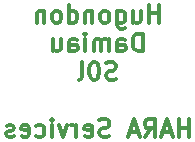
<source format=gbr>
%TF.GenerationSoftware,KiCad,Pcbnew,(6.0.2)*%
%TF.CreationDate,2022-04-19T16:18:31-05:00*%
%TF.ProjectId,Tlapixki-HelloWorld,546c6170-6978-46b6-992d-48656c6c6f57,rev?*%
%TF.SameCoordinates,Original*%
%TF.FileFunction,Legend,Bot*%
%TF.FilePolarity,Positive*%
%FSLAX46Y46*%
G04 Gerber Fmt 4.6, Leading zero omitted, Abs format (unit mm)*
G04 Created by KiCad (PCBNEW (6.0.2)) date 2022-04-19 16:18:31*
%MOMM*%
%LPD*%
G01*
G04 APERTURE LIST*
%ADD10C,0.300000*%
G04 APERTURE END LIST*
D10*
X90928571Y-135848571D02*
X90928571Y-134348571D01*
X90928571Y-135062857D02*
X90071428Y-135062857D01*
X90071428Y-135848571D02*
X90071428Y-134348571D01*
X88714285Y-134848571D02*
X88714285Y-135848571D01*
X89357142Y-134848571D02*
X89357142Y-135634285D01*
X89285714Y-135777142D01*
X89142857Y-135848571D01*
X88928571Y-135848571D01*
X88785714Y-135777142D01*
X88714285Y-135705714D01*
X87357142Y-134848571D02*
X87357142Y-136062857D01*
X87428571Y-136205714D01*
X87500000Y-136277142D01*
X87642857Y-136348571D01*
X87857142Y-136348571D01*
X88000000Y-136277142D01*
X87357142Y-135777142D02*
X87500000Y-135848571D01*
X87785714Y-135848571D01*
X87928571Y-135777142D01*
X88000000Y-135705714D01*
X88071428Y-135562857D01*
X88071428Y-135134285D01*
X88000000Y-134991428D01*
X87928571Y-134920000D01*
X87785714Y-134848571D01*
X87500000Y-134848571D01*
X87357142Y-134920000D01*
X86428571Y-135848571D02*
X86571428Y-135777142D01*
X86642857Y-135705714D01*
X86714285Y-135562857D01*
X86714285Y-135134285D01*
X86642857Y-134991428D01*
X86571428Y-134920000D01*
X86428571Y-134848571D01*
X86214285Y-134848571D01*
X86071428Y-134920000D01*
X86000000Y-134991428D01*
X85928571Y-135134285D01*
X85928571Y-135562857D01*
X86000000Y-135705714D01*
X86071428Y-135777142D01*
X86214285Y-135848571D01*
X86428571Y-135848571D01*
X85285714Y-134848571D02*
X85285714Y-135848571D01*
X85285714Y-134991428D02*
X85214285Y-134920000D01*
X85071428Y-134848571D01*
X84857142Y-134848571D01*
X84714285Y-134920000D01*
X84642857Y-135062857D01*
X84642857Y-135848571D01*
X83285714Y-135848571D02*
X83285714Y-134348571D01*
X83285714Y-135777142D02*
X83428571Y-135848571D01*
X83714285Y-135848571D01*
X83857142Y-135777142D01*
X83928571Y-135705714D01*
X84000000Y-135562857D01*
X84000000Y-135134285D01*
X83928571Y-134991428D01*
X83857142Y-134920000D01*
X83714285Y-134848571D01*
X83428571Y-134848571D01*
X83285714Y-134920000D01*
X82357142Y-135848571D02*
X82500000Y-135777142D01*
X82571428Y-135705714D01*
X82642857Y-135562857D01*
X82642857Y-135134285D01*
X82571428Y-134991428D01*
X82500000Y-134920000D01*
X82357142Y-134848571D01*
X82142857Y-134848571D01*
X82000000Y-134920000D01*
X81928571Y-134991428D01*
X81857142Y-135134285D01*
X81857142Y-135562857D01*
X81928571Y-135705714D01*
X82000000Y-135777142D01*
X82142857Y-135848571D01*
X82357142Y-135848571D01*
X81214285Y-134848571D02*
X81214285Y-135848571D01*
X81214285Y-134991428D02*
X81142857Y-134920000D01*
X81000000Y-134848571D01*
X80785714Y-134848571D01*
X80642857Y-134920000D01*
X80571428Y-135062857D01*
X80571428Y-135848571D01*
X89535714Y-138263571D02*
X89535714Y-136763571D01*
X89178571Y-136763571D01*
X88964285Y-136835000D01*
X88821428Y-136977857D01*
X88750000Y-137120714D01*
X88678571Y-137406428D01*
X88678571Y-137620714D01*
X88750000Y-137906428D01*
X88821428Y-138049285D01*
X88964285Y-138192142D01*
X89178571Y-138263571D01*
X89535714Y-138263571D01*
X87392857Y-138263571D02*
X87392857Y-137477857D01*
X87464285Y-137335000D01*
X87607142Y-137263571D01*
X87892857Y-137263571D01*
X88035714Y-137335000D01*
X87392857Y-138192142D02*
X87535714Y-138263571D01*
X87892857Y-138263571D01*
X88035714Y-138192142D01*
X88107142Y-138049285D01*
X88107142Y-137906428D01*
X88035714Y-137763571D01*
X87892857Y-137692142D01*
X87535714Y-137692142D01*
X87392857Y-137620714D01*
X86678571Y-138263571D02*
X86678571Y-137263571D01*
X86678571Y-137406428D02*
X86607142Y-137335000D01*
X86464285Y-137263571D01*
X86250000Y-137263571D01*
X86107142Y-137335000D01*
X86035714Y-137477857D01*
X86035714Y-138263571D01*
X86035714Y-137477857D02*
X85964285Y-137335000D01*
X85821428Y-137263571D01*
X85607142Y-137263571D01*
X85464285Y-137335000D01*
X85392857Y-137477857D01*
X85392857Y-138263571D01*
X84678571Y-138263571D02*
X84678571Y-137263571D01*
X84678571Y-136763571D02*
X84750000Y-136835000D01*
X84678571Y-136906428D01*
X84607142Y-136835000D01*
X84678571Y-136763571D01*
X84678571Y-136906428D01*
X83321428Y-138263571D02*
X83321428Y-137477857D01*
X83392857Y-137335000D01*
X83535714Y-137263571D01*
X83821428Y-137263571D01*
X83964285Y-137335000D01*
X83321428Y-138192142D02*
X83464285Y-138263571D01*
X83821428Y-138263571D01*
X83964285Y-138192142D01*
X84035714Y-138049285D01*
X84035714Y-137906428D01*
X83964285Y-137763571D01*
X83821428Y-137692142D01*
X83464285Y-137692142D01*
X83321428Y-137620714D01*
X81964285Y-137263571D02*
X81964285Y-138263571D01*
X82607142Y-137263571D02*
X82607142Y-138049285D01*
X82535714Y-138192142D01*
X82392857Y-138263571D01*
X82178571Y-138263571D01*
X82035714Y-138192142D01*
X81964285Y-138120714D01*
X87285714Y-140607142D02*
X87071428Y-140678571D01*
X86714285Y-140678571D01*
X86571428Y-140607142D01*
X86500000Y-140535714D01*
X86428571Y-140392857D01*
X86428571Y-140250000D01*
X86500000Y-140107142D01*
X86571428Y-140035714D01*
X86714285Y-139964285D01*
X87000000Y-139892857D01*
X87142857Y-139821428D01*
X87214285Y-139750000D01*
X87285714Y-139607142D01*
X87285714Y-139464285D01*
X87214285Y-139321428D01*
X87142857Y-139250000D01*
X87000000Y-139178571D01*
X86642857Y-139178571D01*
X86428571Y-139250000D01*
X85500000Y-139178571D02*
X85357142Y-139178571D01*
X85214285Y-139250000D01*
X85142857Y-139321428D01*
X85071428Y-139464285D01*
X85000000Y-139750000D01*
X85000000Y-140107142D01*
X85071428Y-140392857D01*
X85142857Y-140535714D01*
X85214285Y-140607142D01*
X85357142Y-140678571D01*
X85500000Y-140678571D01*
X85642857Y-140607142D01*
X85714285Y-140535714D01*
X85785714Y-140392857D01*
X85857142Y-140107142D01*
X85857142Y-139750000D01*
X85785714Y-139464285D01*
X85714285Y-139321428D01*
X85642857Y-139250000D01*
X85500000Y-139178571D01*
X84142857Y-140678571D02*
X84285714Y-140607142D01*
X84357142Y-140464285D01*
X84357142Y-139178571D01*
X93428571Y-145508571D02*
X93428571Y-144008571D01*
X93428571Y-144722857D02*
X92571428Y-144722857D01*
X92571428Y-145508571D02*
X92571428Y-144008571D01*
X91928571Y-145080000D02*
X91214285Y-145080000D01*
X92071428Y-145508571D02*
X91571428Y-144008571D01*
X91071428Y-145508571D01*
X89714285Y-145508571D02*
X90214285Y-144794285D01*
X90571428Y-145508571D02*
X90571428Y-144008571D01*
X90000000Y-144008571D01*
X89857142Y-144080000D01*
X89785714Y-144151428D01*
X89714285Y-144294285D01*
X89714285Y-144508571D01*
X89785714Y-144651428D01*
X89857142Y-144722857D01*
X90000000Y-144794285D01*
X90571428Y-144794285D01*
X89142857Y-145080000D02*
X88428571Y-145080000D01*
X89285714Y-145508571D02*
X88785714Y-144008571D01*
X88285714Y-145508571D01*
X86714285Y-145437142D02*
X86500000Y-145508571D01*
X86142857Y-145508571D01*
X86000000Y-145437142D01*
X85928571Y-145365714D01*
X85857142Y-145222857D01*
X85857142Y-145080000D01*
X85928571Y-144937142D01*
X86000000Y-144865714D01*
X86142857Y-144794285D01*
X86428571Y-144722857D01*
X86571428Y-144651428D01*
X86642857Y-144580000D01*
X86714285Y-144437142D01*
X86714285Y-144294285D01*
X86642857Y-144151428D01*
X86571428Y-144080000D01*
X86428571Y-144008571D01*
X86071428Y-144008571D01*
X85857142Y-144080000D01*
X84642857Y-145437142D02*
X84785714Y-145508571D01*
X85071428Y-145508571D01*
X85214285Y-145437142D01*
X85285714Y-145294285D01*
X85285714Y-144722857D01*
X85214285Y-144580000D01*
X85071428Y-144508571D01*
X84785714Y-144508571D01*
X84642857Y-144580000D01*
X84571428Y-144722857D01*
X84571428Y-144865714D01*
X85285714Y-145008571D01*
X83928571Y-145508571D02*
X83928571Y-144508571D01*
X83928571Y-144794285D02*
X83857142Y-144651428D01*
X83785714Y-144580000D01*
X83642857Y-144508571D01*
X83500000Y-144508571D01*
X83142857Y-144508571D02*
X82785714Y-145508571D01*
X82428571Y-144508571D01*
X81857142Y-145508571D02*
X81857142Y-144508571D01*
X81857142Y-144008571D02*
X81928571Y-144080000D01*
X81857142Y-144151428D01*
X81785714Y-144080000D01*
X81857142Y-144008571D01*
X81857142Y-144151428D01*
X80500000Y-145437142D02*
X80642857Y-145508571D01*
X80928571Y-145508571D01*
X81071428Y-145437142D01*
X81142857Y-145365714D01*
X81214285Y-145222857D01*
X81214285Y-144794285D01*
X81142857Y-144651428D01*
X81071428Y-144580000D01*
X80928571Y-144508571D01*
X80642857Y-144508571D01*
X80500000Y-144580000D01*
X79285714Y-145437142D02*
X79428571Y-145508571D01*
X79714285Y-145508571D01*
X79857142Y-145437142D01*
X79928571Y-145294285D01*
X79928571Y-144722857D01*
X79857142Y-144580000D01*
X79714285Y-144508571D01*
X79428571Y-144508571D01*
X79285714Y-144580000D01*
X79214285Y-144722857D01*
X79214285Y-144865714D01*
X79928571Y-145008571D01*
X78642857Y-145437142D02*
X78500000Y-145508571D01*
X78214285Y-145508571D01*
X78071428Y-145437142D01*
X78000000Y-145294285D01*
X78000000Y-145222857D01*
X78071428Y-145080000D01*
X78214285Y-145008571D01*
X78428571Y-145008571D01*
X78571428Y-144937142D01*
X78642857Y-144794285D01*
X78642857Y-144722857D01*
X78571428Y-144580000D01*
X78428571Y-144508571D01*
X78214285Y-144508571D01*
X78071428Y-144580000D01*
M02*

</source>
